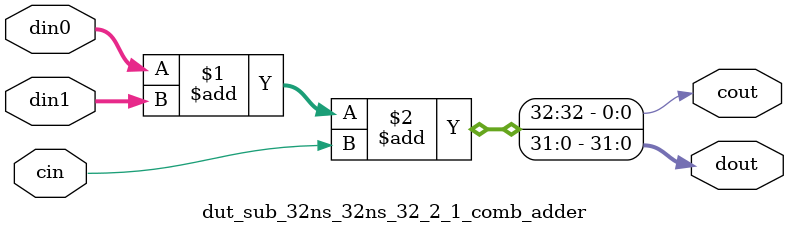
<source format=v>
`timescale 1 ns / 1 ps

module dut_sub_32ns_32ns_32_2_1(clk, reset, ce, din0, din1, dout);
parameter ID         = 1;              // core ID, unused in RTL
parameter NUM_STAGE  = 2;
parameter din0_WIDTH = 32;   // data bitwidth
parameter din1_WIDTH = 32;   // 
parameter dout_WIDTH = 32;   // output bitwidth

// ---- input/output ports list here ----
input   clk;
input   reset;
input   ce;
input  [din0_WIDTH - 1 : 0] din0;
input  [din1_WIDTH - 1 : 0] din1;

output [dout_WIDTH - 1 : 0] dout;
//   

// wire for the primary inputs
wire [32 - 1 : 0] ain_s0 = din0;
wire [32 - 1 : 0] bin_s0 = ~din1;

// This AddSub module have totally 2 stages. For each stage the adder's width are:
// [16,16]
//  
//   

// Stage 1 logic
wire [16 - 1 : 0]    fas_s1;
wire                 facout_s1;
// 
reg  [16 - 1 : 0]    ain_s1;
reg  [16 - 1 : 0]    bin_s1;
reg  [16 - 1 : 0]    sum_s1;
reg                  carry_s1;
// 
//  
//  
// 
dut_sub_32ns_32ns_32_2_1_comb_adder #(
    .N    ( 16 )
) u1 (
    .din0    ( ain_s0[16 - 1 : 0] ),
    .din1    ( bin_s0[16 - 1 : 0] ),
    .cin  ( 1'b1 ),
    .dout    ( fas_s1 ),
    .cout ( facout_s1 )
);

// 
always @ (posedge clk) begin
    if (ce) begin
        sum_s1   <= fas_s1;
        carry_s1 <= facout_s1;
    end
end

always @ (posedge clk) begin
    if (ce) begin
        ain_s1 <= ain_s0[32 - 1 : 16];
    end
end

always @ (posedge clk) begin
    if (ce) begin
        bin_s1 <= bin_s0[32 - 1 : 16];
    end
end
//  
//   

// Stage 2 logic
wire [16 - 1 : 0]    fas_s2;
wire                 facout_s2;
// 
// 
dut_sub_32ns_32ns_32_2_1_comb_adder #(
    .N    ( 16 )
) u2 (
    .din0    ( ain_s1[16 - 1 : 0] ),
    .din1    ( bin_s1[16 - 1 : 0] ),
    .cin  ( carry_s1 ),
    .dout    ( fas_s2 ),
    .cout ( facout_s2 )
);

// 
assign dout = {fas_s2, sum_s1 };
//  
// 
endmodule

// small adder
module dut_sub_32ns_32ns_32_2_1_comb_adder 
#(parameter
    N = 32
)(
    input  [N-1 : 0]    din0,
    input  [N-1 : 0]    din1,
    input  wire         cin,
    output [N-1 : 0]    dout,
    output wire         cout
);
assign {cout, dout} = din0 + din1 + cin;
endmodule
// 

</source>
